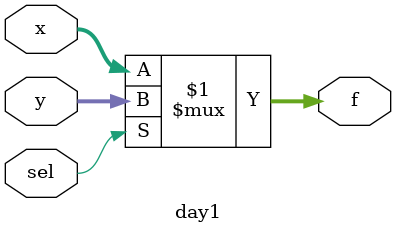
<source format=v>

module day1(
input wire [0:7] x,
input wire[0:7] y,
input  wire sel,
output wire [0:7]f);

assign  f = sel? y :x;

endmodule
</source>
